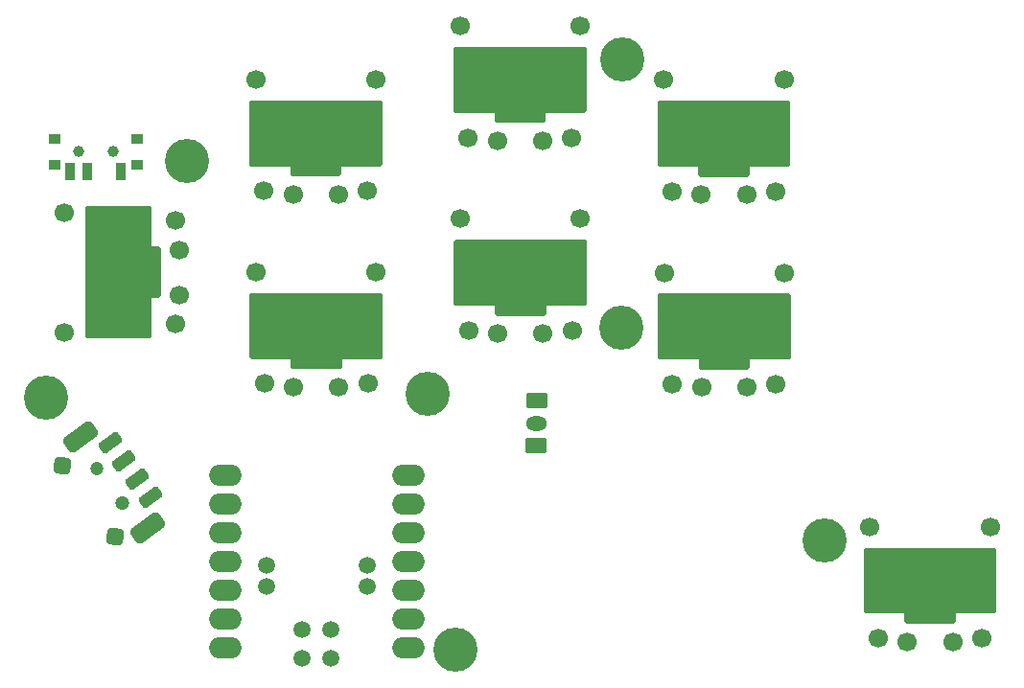
<source format=gbr>
%TF.GenerationSoftware,KiCad,Pcbnew,8.0.2*%
%TF.CreationDate,2024-07-03T21:28:43-05:00*%
%TF.ProjectId,bonsai-pg1232-Xiao-r3-rounded,626f6e73-6169-42d7-9067-313233322d58,v1*%
%TF.SameCoordinates,Original*%
%TF.FileFunction,Soldermask,Top*%
%TF.FilePolarity,Negative*%
%FSLAX46Y46*%
G04 Gerber Fmt 4.6, Leading zero omitted, Abs format (unit mm)*
G04 Created by KiCad (PCBNEW 8.0.2) date 2024-07-03 21:28:43*
%MOMM*%
%LPD*%
G01*
G04 APERTURE LIST*
G04 Aperture macros list*
%AMRoundRect*
0 Rectangle with rounded corners*
0 $1 Rounding radius*
0 $2 $3 $4 $5 $6 $7 $8 $9 X,Y pos of 4 corners*
0 Add a 4 corners polygon primitive as box body*
4,1,4,$2,$3,$4,$5,$6,$7,$8,$9,$2,$3,0*
0 Add four circle primitives for the rounded corners*
1,1,$1+$1,$2,$3*
1,1,$1+$1,$4,$5*
1,1,$1+$1,$6,$7*
1,1,$1+$1,$8,$9*
0 Add four rect primitives between the rounded corners*
20,1,$1+$1,$2,$3,$4,$5,0*
20,1,$1+$1,$4,$5,$6,$7,0*
20,1,$1+$1,$6,$7,$8,$9,0*
20,1,$1+$1,$8,$9,$2,$3,0*%
G04 Aperture macros list end*
%ADD10O,0.300000X5.800000*%
%ADD11O,2.000000X5.800000*%
%ADD12O,0.300000X1.100000*%
%ADD13O,11.700000X0.300000*%
%ADD14O,11.700000X5.800000*%
%ADD15O,4.500000X1.000000*%
%ADD16O,4.500000X0.300000*%
%ADD17C,1.700000*%
%ADD18RoundRect,0.050000X0.500000X0.400000X-0.500000X0.400000X-0.500000X-0.400000X0.500000X-0.400000X0*%
%ADD19C,1.000000*%
%ADD20RoundRect,0.050000X0.350000X0.750000X-0.350000X0.750000X-0.350000X-0.750000X0.350000X-0.750000X0*%
%ADD21C,3.900000*%
%ADD22C,1.200000*%
%ADD23RoundRect,0.275000X0.786983X0.238554X0.460602X0.681245X-0.786983X-0.238554X-0.460602X-0.681245X0*%
%ADD24RoundRect,0.400000X1.162995X0.360474X0.688260X1.004389X-1.162995X-0.360474X-0.688260X-1.004389X0*%
%ADD25RoundRect,0.375000X0.426859X0.314708X-0.314708X0.426859X-0.426859X-0.314708X0.314708X-0.426859X0*%
%ADD26RoundRect,0.050000X-0.850000X0.600000X-0.850000X-0.600000X0.850000X-0.600000X0.850000X0.600000X0*%
%ADD27O,1.800000X1.300000*%
%ADD28O,2.850000X1.900000*%
%ADD29C,1.497000*%
%ADD30O,5.800000X0.300000*%
%ADD31O,5.800000X2.000000*%
%ADD32O,1.100000X0.300000*%
%ADD33O,0.300000X11.700000*%
%ADD34O,5.800000X11.700000*%
%ADD35O,1.000000X4.500000*%
%ADD36O,0.300000X4.500000*%
%ADD37RoundRect,0.050000X0.850000X-0.600000X0.850000X0.600000X-0.850000X0.600000X-0.850000X-0.600000X0*%
G04 APERTURE END LIST*
D10*
%TO.C,REF\u002A\u002A*%
X34866400Y-44389000D03*
D11*
X35716400Y-44389000D03*
D12*
X38466400Y-47639000D03*
D13*
X40566400Y-41639000D03*
D14*
X40566400Y-44389000D03*
D13*
X40566400Y-47139000D03*
D15*
X40566400Y-47689000D03*
D16*
X40566400Y-48039000D03*
D12*
X42666400Y-47639000D03*
D11*
X45416400Y-44389000D03*
D10*
X46266400Y-44389000D03*
D17*
X38566400Y-49789000D03*
X42566400Y-49789000D03*
X35986400Y-49489000D03*
X45146400Y-49489000D03*
X45866400Y-39639000D03*
X35266400Y-39639000D03*
%TD*%
D10*
%TO.C,REF\u002A\u002A*%
X70866400Y-27389000D03*
D11*
X71716400Y-27389000D03*
D12*
X74466400Y-30639000D03*
D13*
X76566400Y-24639000D03*
D14*
X76566400Y-27389000D03*
D13*
X76566400Y-30139000D03*
D15*
X76566400Y-30689000D03*
D16*
X76566400Y-31039000D03*
D12*
X78666400Y-30639000D03*
D11*
X81416400Y-27389000D03*
D10*
X82266400Y-27389000D03*
D17*
X74566400Y-32789000D03*
X78566400Y-32789000D03*
X71986400Y-32489000D03*
X81146400Y-32489000D03*
X81866400Y-22639000D03*
X71266400Y-22639000D03*
%TD*%
D18*
%TO.C,REF\u002A\u002A*%
X24750000Y-30105000D03*
X24750000Y-27895000D03*
D19*
X22600000Y-28994999D03*
X19600000Y-28995000D03*
D18*
X17450000Y-30105000D03*
X17450000Y-27895000D03*
D20*
X23350000Y-30755000D03*
X20349999Y-30755000D03*
X18850000Y-30755000D03*
%TD*%
D21*
%TO.C,REF\u002A\u002A*%
X67525000Y-44525000D03*
%TD*%
D10*
%TO.C,REF\u002A\u002A*%
X89066400Y-66889000D03*
D11*
X89916400Y-66889000D03*
D12*
X92666400Y-70139000D03*
D13*
X94766400Y-64139000D03*
D14*
X94766400Y-66889000D03*
D13*
X94766400Y-69639000D03*
D15*
X94766400Y-70189000D03*
D16*
X94766400Y-70539000D03*
D12*
X96866400Y-70139000D03*
D11*
X99616400Y-66889000D03*
D10*
X100466400Y-66889000D03*
D17*
X92766400Y-72289000D03*
X96766400Y-72289000D03*
X90186400Y-71989000D03*
X99346400Y-71989000D03*
X100066400Y-62139000D03*
X89466400Y-62139000D03*
%TD*%
D21*
%TO.C,REF\u002A\u002A*%
X85500000Y-63350000D03*
%TD*%
D22*
%TO.C,REF\u002A\u002A*%
X23421088Y-60026484D03*
X21166096Y-56967888D03*
D23*
X25925105Y-59547004D03*
X22364591Y-54717641D03*
X24738267Y-57937216D03*
D24*
X25663134Y-62224945D03*
D25*
X22796915Y-62971464D03*
X18168248Y-56693293D03*
D24*
X19728945Y-54176007D03*
D23*
X23551429Y-56327429D03*
%TD*%
D21*
%TO.C,REF\u002A\u002A*%
X52825000Y-72975000D03*
%TD*%
D10*
%TO.C,REF\u002A\u002A*%
X52900000Y-39675000D03*
D11*
X53750000Y-39675000D03*
D12*
X56500000Y-42925000D03*
D13*
X58600000Y-36925000D03*
D14*
X58600000Y-39675000D03*
D13*
X58600000Y-42425000D03*
D15*
X58600000Y-42975000D03*
D16*
X58600000Y-43325000D03*
D12*
X60700000Y-42925000D03*
D11*
X63450000Y-39675000D03*
D10*
X64300000Y-39675000D03*
D17*
X56600000Y-45075000D03*
X60600000Y-45075000D03*
X54020000Y-44775000D03*
X63180000Y-44775000D03*
X63900000Y-34925000D03*
X53300000Y-34925000D03*
%TD*%
D10*
%TO.C,REF\u002A\u002A*%
X34832800Y-27353000D03*
D11*
X35682800Y-27353000D03*
D12*
X38432800Y-30603000D03*
D13*
X40532800Y-24603000D03*
D14*
X40532800Y-27353000D03*
D13*
X40532800Y-30103000D03*
D15*
X40532800Y-30653000D03*
D16*
X40532800Y-31003000D03*
D12*
X42632800Y-30603000D03*
D11*
X45382800Y-27353000D03*
D10*
X46232800Y-27353000D03*
D17*
X38532800Y-32753000D03*
X42532800Y-32753000D03*
X35952800Y-32453000D03*
X45112800Y-32453000D03*
X45832800Y-22603000D03*
X35232800Y-22603000D03*
%TD*%
D21*
%TO.C,*%
X50450000Y-50400000D03*
%TD*%
D26*
%TO.C,REF\u002A\u002A*%
X60066400Y-50989000D03*
D27*
X60066400Y-52989000D03*
%TD*%
D21*
%TO.C,REF\u002A\u002A*%
X29150000Y-29825000D03*
%TD*%
%TO.C,REF\u002A\u002A*%
X67600000Y-20825000D03*
%TD*%
%TO.C,REF\u002A\u002A*%
X16750000Y-50750000D03*
%TD*%
D10*
%TO.C,REF\u002A\u002A*%
X52866400Y-22639000D03*
D11*
X53716400Y-22639000D03*
D12*
X56466400Y-25889000D03*
D13*
X58566400Y-19889000D03*
D14*
X58566400Y-22639000D03*
D13*
X58566400Y-25389000D03*
D15*
X58566400Y-25939000D03*
D16*
X58566400Y-26289000D03*
D12*
X60666400Y-25889000D03*
D11*
X63416400Y-22639000D03*
D10*
X64266400Y-22639000D03*
D17*
X56566400Y-28039000D03*
X60566400Y-28039000D03*
X53986400Y-27739000D03*
X63146400Y-27739000D03*
X63866400Y-17889000D03*
X53266400Y-17889000D03*
%TD*%
D10*
%TO.C,REF\u002A\u002A*%
X70900000Y-44425000D03*
D11*
X71750000Y-44425000D03*
D12*
X74500000Y-47675000D03*
D13*
X76600000Y-41675000D03*
D14*
X76600000Y-44425000D03*
D13*
X76600000Y-47175000D03*
D15*
X76600000Y-47725000D03*
D16*
X76600000Y-48075000D03*
D12*
X78700000Y-47675000D03*
D11*
X81450000Y-44425000D03*
D10*
X82300000Y-44425000D03*
D17*
X74600000Y-49825000D03*
X78600000Y-49825000D03*
X72020000Y-49525000D03*
X81180000Y-49525000D03*
X81900000Y-39675000D03*
X71300000Y-39675000D03*
%TD*%
D28*
%TO.C,U?*%
X48691400Y-72813000D03*
X48691400Y-70273000D03*
X48691400Y-67733000D03*
X48691400Y-65193000D03*
X48691400Y-62653000D03*
X48691400Y-60113000D03*
X48691400Y-57573000D03*
X32501480Y-57573000D03*
X32501480Y-60113000D03*
X32501480Y-62653000D03*
X32501480Y-65193000D03*
X32501480Y-67733000D03*
X32501480Y-70273000D03*
X32501480Y-72813000D03*
D29*
X45041440Y-65510000D03*
X36151440Y-65510000D03*
X45041440Y-67415000D03*
X36151440Y-67415000D03*
%TD*%
D30*
%TO.C,REF\u002A\u002A*%
X23066400Y-45339000D03*
D31*
X23066400Y-44489000D03*
D32*
X26316400Y-41739000D03*
D33*
X20316400Y-39639000D03*
D34*
X23066400Y-39639000D03*
D33*
X25816400Y-39639000D03*
D35*
X26366400Y-39639000D03*
D36*
X26716400Y-39639000D03*
D32*
X26316400Y-37539000D03*
D31*
X23066400Y-34789000D03*
D30*
X23066400Y-33939000D03*
D17*
X28466400Y-41639000D03*
X28466400Y-37639000D03*
X28166400Y-44219000D03*
X28166400Y-35059000D03*
X18316400Y-34339000D03*
X18316400Y-44939000D03*
%TD*%
D29*
%TO.C,U?*%
X39296400Y-73761000D03*
X41836400Y-73761000D03*
X39296400Y-71221000D03*
X41836400Y-71221000D03*
%TD*%
D19*
%TO.C,REF\u002A\u002A*%
X19599999Y-28995001D03*
X22600000Y-28995000D03*
%TD*%
D22*
%TO.C,REF\u002A\u002A*%
X21200000Y-57000000D03*
X23454992Y-60058598D03*
%TD*%
D37*
%TO.C,REF\u002A\u002A*%
X60016400Y-54989000D03*
D27*
X60016400Y-52989000D03*
%TD*%
M02*

</source>
